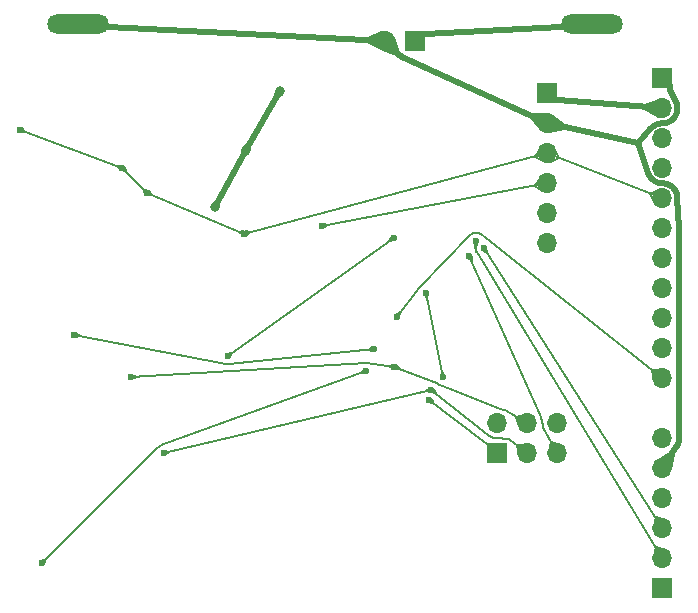
<source format=gbr>
%TF.GenerationSoftware,KiCad,Pcbnew,(6.0.4)*%
%TF.CreationDate,2022-03-20T23:12:24-04:00*%
%TF.ProjectId,main,6d61696e-2e6b-4696-9361-645f70636258,rev?*%
%TF.SameCoordinates,Original*%
%TF.FileFunction,Copper,L2,Bot*%
%TF.FilePolarity,Positive*%
%FSLAX46Y46*%
G04 Gerber Fmt 4.6, Leading zero omitted, Abs format (unit mm)*
G04 Created by KiCad (PCBNEW (6.0.4)) date 2022-03-20 23:12:24*
%MOMM*%
%LPD*%
G01*
G04 APERTURE LIST*
G04 Aperture macros list*
%AMRoundRect*
0 Rectangle with rounded corners*
0 $1 Rounding radius*
0 $2 $3 $4 $5 $6 $7 $8 $9 X,Y pos of 4 corners*
0 Add a 4 corners polygon primitive as box body*
4,1,4,$2,$3,$4,$5,$6,$7,$8,$9,$2,$3,0*
0 Add four circle primitives for the rounded corners*
1,1,$1+$1,$2,$3*
1,1,$1+$1,$4,$5*
1,1,$1+$1,$6,$7*
1,1,$1+$1,$8,$9*
0 Add four rect primitives between the rounded corners*
20,1,$1+$1,$2,$3,$4,$5,0*
20,1,$1+$1,$4,$5,$6,$7,0*
20,1,$1+$1,$6,$7,$8,$9,0*
20,1,$1+$1,$8,$9,$2,$3,0*%
G04 Aperture macros list end*
%TA.AperFunction,ComponentPad*%
%ADD10R,1.700000X1.700000*%
%TD*%
%TA.AperFunction,ComponentPad*%
%ADD11O,1.700000X1.700000*%
%TD*%
%TA.AperFunction,ComponentPad*%
%ADD12RoundRect,0.850000X-1.750000X0.000000X1.750000X0.000000X1.750000X0.000000X-1.750000X0.000000X0*%
%TD*%
%TA.AperFunction,ViaPad*%
%ADD13C,0.600000*%
%TD*%
%TA.AperFunction,ViaPad*%
%ADD14C,0.800000*%
%TD*%
%TA.AperFunction,Conductor*%
%ADD15C,0.200000*%
%TD*%
%TA.AperFunction,Conductor*%
%ADD16C,0.500000*%
%TD*%
G04 APERTURE END LIST*
D10*
%TO.P,J1,1,Pin_1*%
%TO.N,BAT+*%
X137800000Y-48895000D03*
D11*
%TO.P,J1,2,Pin_2*%
%TO.N,GND*%
X135260000Y-48895000D03*
%TD*%
D10*
%TO.P,J2,1,Pin_1*%
%TO.N,DSO*%
X144780000Y-83820000D03*
D11*
%TO.P,J2,2,Pin_2*%
%TO.N,Net-(J2-Pad2)*%
X144780000Y-81280000D03*
%TO.P,J2,3,Pin_3*%
%TO.N,SCK*%
X147320000Y-83820000D03*
%TO.P,J2,4,Pin_4*%
%TO.N,DSI*%
X147320000Y-81280000D03*
%TO.P,J2,5,Pin_5*%
%TO.N,RESET*%
X149860000Y-83820000D03*
%TO.P,J2,6,Pin_6*%
%TO.N,GND*%
X149860000Y-81280000D03*
%TD*%
D10*
%TO.P,J4,1,Pin_1*%
%TO.N,GND*%
X158750000Y-52070000D03*
D11*
%TO.P,J4,2,Pin_2*%
%TO.N,+3V3*%
X158750000Y-54610000D03*
%TO.P,J4,3,Pin_3*%
%TO.N,BAT+*%
X158750000Y-57150000D03*
%TO.P,J4,4,Pin_4*%
%TO.N,INT1*%
X158750000Y-59690000D03*
%TO.P,J4,5,Pin_5*%
%TO.N,SCL*%
X158750000Y-62230000D03*
%TO.P,J4,6,Pin_6*%
%TO.N,SDA*%
X158750000Y-64770000D03*
%TO.P,J4,7,Pin_7*%
%TO.N,PC3*%
X158750000Y-67310000D03*
%TO.P,J4,8,Pin_8*%
%TO.N,PC2*%
X158750000Y-69850000D03*
%TO.P,J4,9,Pin_9*%
%TO.N,PC1*%
X158750000Y-72390000D03*
%TO.P,J4,10,Pin_10*%
%TO.N,PC0*%
X158750000Y-74930000D03*
%TO.P,J4,11,Pin_11*%
%TO.N,PB0*%
X158750000Y-77470000D03*
%TD*%
D10*
%TO.P,J3,1,Pin_1*%
%TO.N,DTR*%
X158750000Y-95250000D03*
D11*
%TO.P,J3,2,Pin_2*%
%TO.N,MTX*%
X158750000Y-92710000D03*
%TO.P,J3,3,Pin_3*%
%TO.N,MRX*%
X158750000Y-90170000D03*
%TO.P,J3,4,Pin_4*%
%TO.N,Net-(J3-Pad4)*%
X158750000Y-87630000D03*
%TO.P,J3,5,Pin_5*%
%TO.N,GND*%
X158750000Y-85090000D03*
%TO.P,J3,6,Pin_6*%
%TO.N,Net-(J3-Pad6)*%
X158750000Y-82550000D03*
%TD*%
D10*
%TO.P,J5,1,Pin_1*%
%TO.N,+3V3*%
X149000000Y-53340000D03*
D11*
%TO.P,J5,2,Pin_2*%
%TO.N,GND*%
X149000000Y-55880000D03*
%TO.P,J5,3,Pin_3*%
%TO.N,SCL*%
X149000000Y-58420000D03*
%TO.P,J5,4,Pin_4*%
%TO.N,SDA*%
X149000000Y-60960000D03*
%TO.P,J5,5,Pin_5*%
%TO.N,unconnected-(J5-Pad5)*%
X149000000Y-63500000D03*
%TO.P,J5,6,Pin_6*%
%TO.N,unconnected-(J5-Pad6)*%
X149000000Y-66040000D03*
%TD*%
D12*
%TO.P,TP2,1,1*%
%TO.N,GND*%
X109250000Y-47500000D03*
%TD*%
%TO.P,TP1,1,1*%
%TO.N,BAT+*%
X152750000Y-47500000D03*
%TD*%
D13*
%TO.N,OPTION*%
X138712800Y-70213900D03*
X140175400Y-77393000D03*
%TO.N,PB0*%
X136279600Y-72249500D03*
%TO.N,MTX*%
X142940800Y-65835100D03*
%TO.N,MRX*%
X143619900Y-66425700D03*
%TO.N,CLKINT*%
X121940500Y-75576300D03*
X136009400Y-65553400D03*
%TO.N,SS2*%
X134312200Y-74989400D03*
X108966700Y-73804000D03*
%TO.N,DSI*%
X136045000Y-76498800D03*
X113746000Y-77370000D03*
%TO.N,DSO*%
X139023900Y-79316600D03*
%TO.N,SS*%
X133665800Y-76847000D03*
X106209700Y-93099200D03*
%TO.N,SCK*%
X116546100Y-83785600D03*
X139195100Y-78432900D03*
%TO.N,SDA*%
X129926200Y-64561900D03*
%TO.N,SCL*%
X113026200Y-59648500D03*
X104371200Y-56437100D03*
X115110100Y-61783000D03*
X123362000Y-65230100D03*
%TO.N,RESET*%
X142410400Y-67130700D03*
D14*
%TO.N,+3V3*%
X123483600Y-58149800D03*
X120850100Y-62976400D03*
X126328400Y-53175100D03*
%TD*%
D15*
%TO.N,OPTION*%
X138712800Y-70213900D02*
X140175400Y-77393000D01*
%TO.N,PB0*%
X138156200Y-69789300D02*
X136279600Y-72249500D01*
X138166260Y-69776520D02*
X138156250Y-69789340D01*
X138176570Y-69763950D02*
X138166260Y-69776520D01*
X138187160Y-69751610D02*
X138176570Y-69763950D01*
X138198040Y-69739530D02*
X138187160Y-69751610D01*
X138209200Y-69727700D02*
X138198040Y-69739530D01*
X142437200Y-65348900D02*
X138209200Y-69727700D01*
X142465540Y-65321160D02*
X142437200Y-65348900D01*
X142495400Y-65295070D02*
X142465540Y-65321160D01*
X142526700Y-65270710D02*
X142495400Y-65295070D01*
X142559330Y-65248170D02*
X142526700Y-65270710D01*
X142593180Y-65227510D02*
X142559330Y-65248170D01*
X142628140Y-65208790D02*
X142593180Y-65227510D01*
X142664110Y-65192090D02*
X142628140Y-65208790D01*
X142700970Y-65177460D02*
X142664110Y-65192090D01*
X142738600Y-65164930D02*
X142700970Y-65177460D01*
X142776870Y-65154560D02*
X142738600Y-65164930D01*
X142815680Y-65146360D02*
X142776870Y-65154560D01*
X142854880Y-65140380D02*
X142815680Y-65146360D01*
X142894360Y-65136630D02*
X142854880Y-65140380D01*
X142933990Y-65135120D02*
X142894360Y-65136630D01*
X142973640Y-65135860D02*
X142933990Y-65135120D01*
X143013180Y-65138840D02*
X142973640Y-65135860D01*
X143052500Y-65144060D02*
X143013180Y-65138840D01*
X143091450Y-65151490D02*
X143052500Y-65144060D01*
X143129920Y-65161120D02*
X143091450Y-65151490D01*
X143167780Y-65172910D02*
X143129920Y-65161120D01*
X143204920Y-65186830D02*
X143167780Y-65172910D01*
X143241210Y-65202830D02*
X143204920Y-65186830D01*
X143276530Y-65220850D02*
X143241210Y-65202830D01*
X143310780Y-65240850D02*
X143276530Y-65220850D01*
X143343840Y-65262760D02*
X143310780Y-65240850D01*
X143375600Y-65286500D02*
X143343840Y-65262760D01*
X158750000Y-77470000D02*
X143375600Y-65286500D01*
%TO.N,MTX*%
X142920400Y-66400400D02*
X142940800Y-65835100D01*
X143004600Y-66759390D02*
X143021490Y-66788810D01*
X142989160Y-66729190D02*
X143004600Y-66759390D01*
X142975200Y-66698280D02*
X142989160Y-66729190D01*
X142962750Y-66666730D02*
X142975200Y-66698280D01*
X142951850Y-66634610D02*
X142962750Y-66666730D01*
X142942510Y-66602000D02*
X142951850Y-66634610D01*
X142934760Y-66568980D02*
X142942510Y-66602000D01*
X142928630Y-66535620D02*
X142934760Y-66568980D01*
X142924110Y-66502010D02*
X142928630Y-66535620D01*
X142921230Y-66468210D02*
X142924110Y-66502010D01*
X142920000Y-66434320D02*
X142921230Y-66468210D01*
X142920400Y-66400400D02*
X142920000Y-66434320D01*
X158750000Y-92710000D02*
X143021500Y-66788800D01*
%TO.N,MRX*%
X158750000Y-90170000D02*
X143619900Y-66425700D01*
D16*
%TO.N,BAT+*%
X138400000Y-48295000D02*
X137800000Y-48895000D01*
X138650000Y-48295000D02*
X138400000Y-48295000D01*
X138659530Y-48294820D02*
X138662700Y-48294680D01*
X138656350Y-48294920D02*
X138659530Y-48294820D01*
X138653180Y-48294980D02*
X138656350Y-48294920D01*
X138650000Y-48295000D02*
X138653180Y-48294980D01*
X150159400Y-47707800D02*
X138662700Y-48294700D01*
X150172680Y-47706150D02*
X150175300Y-47705590D01*
X150170040Y-47706630D02*
X150172680Y-47706150D01*
X150167400Y-47707040D02*
X150170040Y-47706630D01*
X150164740Y-47707370D02*
X150167400Y-47707040D01*
X150162070Y-47707620D02*
X150164740Y-47707370D01*
X150159400Y-47707800D02*
X150162070Y-47707620D01*
X150176900Y-47705200D02*
X150175300Y-47705600D01*
X152750000Y-47500000D02*
X150176900Y-47705200D01*
D15*
%TO.N,CLKINT*%
X136009400Y-65553400D02*
X121940500Y-75576300D01*
%TO.N,SS2*%
X122013100Y-76272500D02*
X134312200Y-74989400D01*
X121987550Y-76274720D02*
X122013100Y-76272530D01*
X121961920Y-76275970D02*
X121987550Y-76274720D01*
X121936270Y-76276290D02*
X121961920Y-76275970D01*
X121910630Y-76275660D02*
X121936270Y-76276290D01*
X121885030Y-76274100D02*
X121910630Y-76275660D01*
X121859500Y-76271600D02*
X121885030Y-76274100D01*
X121834080Y-76268160D02*
X121859500Y-76271600D01*
X121808800Y-76263800D02*
X121834080Y-76268160D01*
X108966700Y-73804000D02*
X121808800Y-76263800D01*
%TO.N,DSI*%
X139441800Y-77777800D02*
X136045000Y-76498800D01*
X139462800Y-77786110D02*
X139441800Y-77777810D01*
X139483520Y-77795080D02*
X139462800Y-77786110D01*
X139503940Y-77804720D02*
X139483520Y-77795080D01*
X139524040Y-77815000D02*
X139503940Y-77804720D01*
X139543800Y-77825940D02*
X139524040Y-77815000D01*
X139563200Y-77837500D02*
X139543800Y-77825940D01*
X139807300Y-77988400D02*
X139563200Y-77837500D01*
X139901600Y-78037230D02*
X139921280Y-78045240D01*
X139882160Y-78028620D02*
X139901600Y-78037230D01*
X139863000Y-78019420D02*
X139882160Y-78028620D01*
X139844120Y-78009650D02*
X139863000Y-78019420D01*
X139825550Y-77999300D02*
X139844120Y-78009650D01*
X139807300Y-77988400D02*
X139825550Y-77999300D01*
X145233800Y-80115300D02*
X139921300Y-78045200D01*
X145261460Y-80126380D02*
X145233830Y-80115230D01*
X145288820Y-80138180D02*
X145261460Y-80126380D01*
X145315880Y-80150630D02*
X145288820Y-80138180D01*
X145342650Y-80163720D02*
X145315880Y-80150630D01*
X145369090Y-80177450D02*
X145342650Y-80163720D01*
X145395200Y-80191800D02*
X145369090Y-80177450D01*
X147320000Y-81280000D02*
X145395200Y-80191800D01*
X133770500Y-76154900D02*
X136045000Y-76498800D01*
X133644020Y-76147360D02*
X133622900Y-76148340D01*
X133665170Y-76147030D02*
X133644020Y-76147360D01*
X133686310Y-76147330D02*
X133665170Y-76147030D01*
X133707430Y-76148260D02*
X133686310Y-76147330D01*
X133728520Y-76149840D02*
X133707430Y-76148260D01*
X133749550Y-76152050D02*
X133728520Y-76149840D01*
X133770500Y-76154900D02*
X133749550Y-76152050D01*
X113746000Y-77370000D02*
X133622900Y-76148300D01*
%TO.N,DSO*%
X143869000Y-83049200D02*
X139023900Y-79316600D01*
X143924960Y-83069840D02*
X143930000Y-83069970D01*
X143919920Y-83069460D02*
X143924960Y-83069840D01*
X143914920Y-83068820D02*
X143919920Y-83069460D01*
X143909950Y-83067940D02*
X143914920Y-83068820D01*
X143905030Y-83066800D02*
X143909950Y-83067940D01*
X143900180Y-83065420D02*
X143905030Y-83066800D01*
X143895400Y-83063790D02*
X143900180Y-83065420D01*
X143890710Y-83061930D02*
X143895400Y-83063790D01*
X143886120Y-83059830D02*
X143890710Y-83061930D01*
X143881650Y-83057500D02*
X143886120Y-83059830D01*
X143877290Y-83054950D02*
X143881650Y-83057500D01*
X143873070Y-83052180D02*
X143877290Y-83054950D01*
X143869000Y-83049200D02*
X143873070Y-83052180D01*
X144030000Y-83070000D02*
X143930000Y-83070000D01*
X144780000Y-83820000D02*
X144030000Y-83070000D01*
%TO.N,SS*%
X116307900Y-83127400D02*
X133665800Y-76847000D01*
X116074100Y-83268710D02*
X116051990Y-83289790D01*
X116097100Y-83248600D02*
X116074100Y-83268710D01*
X116120960Y-83229530D02*
X116097100Y-83248600D01*
X116145620Y-83211510D02*
X116120960Y-83229530D01*
X116171050Y-83194580D02*
X116145620Y-83211510D01*
X116197200Y-83178780D02*
X116171050Y-83194580D01*
X116224000Y-83164130D02*
X116197200Y-83178780D01*
X116251430Y-83150670D02*
X116224000Y-83164130D01*
X116279410Y-83138420D02*
X116251430Y-83150670D01*
X116307900Y-83127400D02*
X116279410Y-83138420D01*
X106209700Y-93099200D02*
X116052000Y-83289800D01*
%TO.N,SCK*%
X116546100Y-83785600D02*
X139195100Y-78432900D01*
X144001600Y-82258100D02*
X139195100Y-78432900D01*
X144663540Y-82524600D02*
X144723700Y-82528770D01*
X144603660Y-82517530D02*
X144663540Y-82524600D01*
X144544190Y-82507590D02*
X144603660Y-82517530D01*
X144485270Y-82494790D02*
X144544190Y-82507590D01*
X144427030Y-82479170D02*
X144485270Y-82494790D01*
X144369610Y-82460750D02*
X144427030Y-82479170D01*
X144313150Y-82439590D02*
X144369610Y-82460750D01*
X144257780Y-82415720D02*
X144313150Y-82439590D01*
X144203620Y-82389220D02*
X144257780Y-82415720D01*
X144150800Y-82360130D02*
X144203620Y-82389220D01*
X144099440Y-82328540D02*
X144150800Y-82360130D01*
X144049670Y-82294500D02*
X144099440Y-82328540D01*
X144001600Y-82258100D02*
X144049670Y-82294500D01*
X145648000Y-82570400D02*
X144723700Y-82528700D01*
X145667460Y-82571750D02*
X145648000Y-82570390D01*
X145686830Y-82574050D02*
X145667460Y-82571750D01*
X145706060Y-82577290D02*
X145686830Y-82574050D01*
X145725110Y-82581460D02*
X145706060Y-82577290D01*
X145743940Y-82586560D02*
X145725110Y-82581460D01*
X145762490Y-82592570D02*
X145743940Y-82586560D01*
X145780740Y-82599480D02*
X145762490Y-82592570D01*
X145798620Y-82607260D02*
X145780740Y-82599480D01*
X145816100Y-82615910D02*
X145798620Y-82607260D01*
X145833140Y-82625410D02*
X145816100Y-82615910D01*
X145849690Y-82635720D02*
X145833140Y-82625410D01*
X145865730Y-82646830D02*
X145849690Y-82635720D01*
X145881200Y-82658700D02*
X145865730Y-82646830D01*
X147320000Y-83820000D02*
X145881200Y-82658700D01*
%TO.N,SDA*%
X149000000Y-60960000D02*
X129926200Y-64561900D01*
%TO.N,SCL*%
X113026200Y-59648500D02*
X115110100Y-61783000D01*
X104371200Y-56437100D02*
X113026200Y-59648500D01*
X115110100Y-61783000D02*
X123362000Y-65230100D01*
X149000000Y-58420000D02*
X158750000Y-62230000D01*
X149000000Y-58420000D02*
X123362000Y-65230100D01*
%TO.N,RESET*%
X148462600Y-80773100D02*
X142410400Y-67130700D01*
X148479290Y-80812530D02*
X148462600Y-80773100D01*
X148494620Y-80852520D02*
X148479290Y-80812530D01*
X148508580Y-80893000D02*
X148494620Y-80852520D01*
X148521130Y-80933940D02*
X148508580Y-80893000D01*
X148532280Y-80975290D02*
X148521130Y-80933940D01*
X148542010Y-81016990D02*
X148532280Y-80975290D01*
X148550300Y-81059000D02*
X148542010Y-81016990D01*
X148629700Y-81501000D02*
X148550300Y-81059000D01*
X148749610Y-81854020D02*
X148771860Y-81895170D01*
X148728910Y-81812080D02*
X148749610Y-81854020D01*
X148709790Y-81769390D02*
X148728910Y-81812080D01*
X148692290Y-81726010D02*
X148709790Y-81769390D01*
X148676420Y-81682010D02*
X148692290Y-81726010D01*
X148662200Y-81637440D02*
X148676420Y-81682010D01*
X148649670Y-81592380D02*
X148662200Y-81637440D01*
X148638830Y-81546880D02*
X148649670Y-81592380D01*
X148629700Y-81501000D02*
X148638830Y-81546880D01*
X149860000Y-83820000D02*
X148771800Y-81895200D01*
D16*
%TO.N,+3V3*%
X123483600Y-58149800D02*
X120850100Y-62976400D01*
X149868800Y-53940700D02*
X158750000Y-54610000D01*
X149853760Y-53940020D02*
X149850000Y-53939990D01*
X149857530Y-53940110D02*
X149853760Y-53940020D01*
X149861290Y-53940250D02*
X149857530Y-53940110D01*
X149865050Y-53940450D02*
X149861290Y-53940250D01*
X149868800Y-53940700D02*
X149865050Y-53940450D01*
X149600000Y-53940000D02*
X149850000Y-53940000D01*
X149000000Y-53340000D02*
X149600000Y-53940000D01*
X126328400Y-53175100D02*
X123483600Y-58149800D01*
%TO.N,GND*%
X136570700Y-50143300D02*
X135260000Y-48895000D01*
X136700140Y-50234980D02*
X136720600Y-50244890D01*
X136680100Y-50224240D02*
X136700140Y-50234980D01*
X136660520Y-50212670D02*
X136680100Y-50224240D01*
X136641440Y-50200310D02*
X136660520Y-50212670D01*
X136622890Y-50187160D02*
X136641440Y-50200310D01*
X136604890Y-50173270D02*
X136622890Y-50187160D01*
X136587490Y-50158640D02*
X136604890Y-50173270D01*
X136570700Y-50143300D02*
X136587490Y-50158640D01*
X149000000Y-55880000D02*
X136720600Y-50244900D01*
X157806200Y-56300200D02*
X156709100Y-57518600D01*
X157851970Y-56251980D02*
X157806210Y-56300200D01*
X157900200Y-56206210D02*
X157851970Y-56251980D01*
X157950760Y-56163030D02*
X157900200Y-56206210D01*
X158003510Y-56122550D02*
X157950760Y-56163030D01*
X158058310Y-56084890D02*
X158003510Y-56122550D01*
X158115000Y-56050150D02*
X158058310Y-56084890D01*
X158173430Y-56018420D02*
X158115000Y-56050150D01*
X158233440Y-55989800D02*
X158173430Y-56018420D01*
X158294870Y-55964350D02*
X158233440Y-55989800D01*
X158357550Y-55942160D02*
X158294870Y-55964350D01*
X158421300Y-55923270D02*
X158357550Y-55942160D01*
X158485950Y-55907750D02*
X158421300Y-55923270D01*
X158551330Y-55895640D02*
X158485950Y-55907750D01*
X158617250Y-55886960D02*
X158551330Y-55895640D01*
X158683530Y-55881740D02*
X158617250Y-55886960D01*
X158750000Y-55880000D02*
X158683530Y-55881740D01*
X159916160Y-54107040D02*
X159883940Y-54038080D01*
X159944190Y-54177800D02*
X159916160Y-54107040D01*
X159967940Y-54250110D02*
X159944190Y-54177800D01*
X159987310Y-54323710D02*
X159967940Y-54250110D01*
X160002240Y-54398350D02*
X159987310Y-54323710D01*
X160012670Y-54473740D02*
X160002240Y-54398350D01*
X160018560Y-54549620D02*
X160012670Y-54473740D01*
X160019900Y-54625720D02*
X160018560Y-54549620D01*
X160016680Y-54701760D02*
X160019900Y-54625720D01*
X160008910Y-54777480D02*
X160016680Y-54701760D01*
X159996620Y-54852590D02*
X160008910Y-54777480D01*
X159979840Y-54926830D02*
X159996620Y-54852590D01*
X159958660Y-54999930D02*
X159979840Y-54926830D01*
X159933130Y-55071640D02*
X159958660Y-54999930D01*
X159903350Y-55141680D02*
X159933130Y-55071640D01*
X159869430Y-55209810D02*
X159903350Y-55141680D01*
X159831490Y-55275790D02*
X159869430Y-55209810D01*
X159789660Y-55339380D02*
X159831490Y-55275790D01*
X159744100Y-55400350D02*
X159789660Y-55339380D01*
X159694970Y-55458480D02*
X159744100Y-55400350D01*
X159642450Y-55513570D02*
X159694970Y-55458480D01*
X159586720Y-55565400D02*
X159642450Y-55513570D01*
X159527990Y-55613810D02*
X159586720Y-55565400D01*
X159466460Y-55658610D02*
X159527990Y-55613810D01*
X159402360Y-55699650D02*
X159466460Y-55658610D01*
X159335910Y-55736770D02*
X159402360Y-55699650D01*
X159267360Y-55769840D02*
X159335910Y-55736770D01*
X159196950Y-55798750D02*
X159267360Y-55769840D01*
X159124940Y-55823390D02*
X159196950Y-55798750D01*
X159051580Y-55843670D02*
X159124940Y-55823390D01*
X158977140Y-55859520D02*
X159051580Y-55843670D01*
X158901880Y-55870890D02*
X158977140Y-55859520D01*
X158826080Y-55877720D02*
X158901880Y-55870890D01*
X158750000Y-55880000D02*
X158826080Y-55877720D01*
X159376800Y-53032600D02*
X159883900Y-54038100D01*
X159372210Y-53023020D02*
X159376790Y-53032600D01*
X159368050Y-53013260D02*
X159372210Y-53023020D01*
X159364290Y-53003320D02*
X159368050Y-53013260D01*
X159360970Y-52993240D02*
X159364290Y-53003320D01*
X159358070Y-52983030D02*
X159360970Y-52993240D01*
X159355620Y-52972700D02*
X159358070Y-52983030D01*
X159353600Y-52962270D02*
X159355620Y-52972700D01*
X159352030Y-52951770D02*
X159353600Y-52962270D01*
X159350900Y-52941210D02*
X159352030Y-52951770D01*
X159350230Y-52930620D02*
X159350900Y-52941210D01*
X159350000Y-52920000D02*
X159350230Y-52930620D01*
X159350000Y-52670000D02*
X159350000Y-52920000D01*
X158750000Y-52070000D02*
X159350000Y-52670000D01*
X111840600Y-47707800D02*
X135260000Y-48895000D01*
X111838080Y-47707650D02*
X111840600Y-47707810D01*
X111835570Y-47707420D02*
X111838080Y-47707650D01*
X111833060Y-47707110D02*
X111835570Y-47707420D01*
X111830560Y-47706740D02*
X111833060Y-47707110D01*
X111828070Y-47706310D02*
X111830560Y-47706740D01*
X111825600Y-47705800D02*
X111828070Y-47706310D01*
X111823000Y-47705200D02*
X111825600Y-47705800D01*
X109250000Y-47500000D02*
X111823000Y-47705200D01*
X157542200Y-60082500D02*
X156709100Y-57518600D01*
X158677500Y-60957900D02*
X158750000Y-60959980D01*
X158605240Y-60951700D02*
X158677500Y-60957900D01*
X158533450Y-60941380D02*
X158605240Y-60951700D01*
X158462370Y-60926970D02*
X158533450Y-60941380D01*
X158392220Y-60908540D02*
X158462370Y-60926970D01*
X158323240Y-60886120D02*
X158392220Y-60908540D01*
X158255650Y-60859810D02*
X158323240Y-60886120D01*
X158189680Y-60829680D02*
X158255650Y-60859810D01*
X158125530Y-60795840D02*
X158189680Y-60829680D01*
X158063420Y-60758390D02*
X158125530Y-60795840D01*
X158003550Y-60717450D02*
X158063420Y-60758390D01*
X157946110Y-60673160D02*
X158003550Y-60717450D01*
X157891300Y-60625670D02*
X157946110Y-60673160D01*
X157839290Y-60575120D02*
X157891300Y-60625670D01*
X157790240Y-60521690D02*
X157839290Y-60575120D01*
X157744330Y-60465540D02*
X157790240Y-60521690D01*
X157701700Y-60406870D02*
X157744330Y-60465540D01*
X157662480Y-60345850D02*
X157701700Y-60406870D01*
X157626820Y-60282700D02*
X157662480Y-60345850D01*
X157594810Y-60217620D02*
X157626820Y-60282700D01*
X157566580Y-60150810D02*
X157594810Y-60217620D01*
X157542200Y-60082500D02*
X157566580Y-60150810D01*
X158824180Y-60962200D02*
X158750000Y-60960040D01*
X158898110Y-60968700D02*
X158824180Y-60962200D01*
X158971530Y-60979510D02*
X158898110Y-60968700D01*
X159044200Y-60994580D02*
X158971530Y-60979510D01*
X159115860Y-61013880D02*
X159044200Y-60994580D01*
X159186270Y-61037320D02*
X159115860Y-61013880D01*
X159255200Y-61064840D02*
X159186270Y-61037320D01*
X159322390Y-61096340D02*
X159255200Y-61064840D01*
X159387630Y-61131710D02*
X159322390Y-61096340D01*
X159450700Y-61170840D02*
X159387630Y-61131710D01*
X159511370Y-61213570D02*
X159450700Y-61170840D01*
X159569440Y-61259780D02*
X159511370Y-61213570D01*
X159624720Y-61309310D02*
X159569440Y-61259780D01*
X159677000Y-61361970D02*
X159624720Y-61309310D01*
X159726130Y-61417600D02*
X159677000Y-61361970D01*
X159771910Y-61476010D02*
X159726130Y-61417600D01*
X159814210Y-61536990D02*
X159771910Y-61476010D01*
X159852870Y-61600330D02*
X159814210Y-61536990D01*
X159887770Y-61665830D02*
X159852870Y-61600330D01*
X159918780Y-61733250D02*
X159887770Y-61665830D01*
X159945800Y-61802370D02*
X159918780Y-61733250D01*
X159968740Y-61872950D02*
X159945800Y-61802370D01*
X159987520Y-61944750D02*
X159968740Y-61872950D01*
X160002060Y-62017530D02*
X159987520Y-61944750D01*
X160012340Y-62091030D02*
X160002060Y-62017530D01*
X160018300Y-62165000D02*
X160012340Y-62091030D01*
X160148200Y-64698300D02*
X160018300Y-62165000D01*
X160148970Y-64716220D02*
X160148160Y-64698300D01*
X160149540Y-64734140D02*
X160148970Y-64716220D01*
X160149890Y-64752070D02*
X160149540Y-64734140D01*
X160150000Y-64770000D02*
X160149890Y-64752070D01*
X160150000Y-82550000D02*
X160150000Y-64770000D01*
X160148340Y-82618090D02*
X160149990Y-82550000D01*
X160143370Y-82686010D02*
X160148340Y-82618090D01*
X160135110Y-82753610D02*
X160143370Y-82686010D01*
X160123570Y-82820730D02*
X160135110Y-82753610D01*
X160108770Y-82887210D02*
X160123570Y-82820730D01*
X160090770Y-82952890D02*
X160108770Y-82887210D01*
X160069590Y-83017620D02*
X160090770Y-82952890D01*
X160045280Y-83081240D02*
X160069590Y-83017620D01*
X160017910Y-83143610D02*
X160045280Y-83081240D01*
X159987550Y-83204570D02*
X160017910Y-83143610D01*
X159954250Y-83263980D02*
X159987550Y-83204570D01*
X159918100Y-83321700D02*
X159954250Y-83263980D01*
X158750000Y-85090000D02*
X159918100Y-83321700D01*
X156709100Y-57518600D02*
X149000000Y-55880000D01*
D15*
%TO.N,OPTION*%
X140079600Y-76922700D02*
X140336900Y-77275100D01*
X140079600Y-76922700D02*
X139980700Y-77347700D01*
X138808600Y-70684200D02*
X138551300Y-70331800D01*
X138808600Y-70684200D02*
X138907500Y-70259200D01*
%TO.N,PB0*%
X136570700Y-71867900D02*
X136474600Y-72293500D01*
X136570700Y-71867900D02*
X136185600Y-72072900D01*
X157895700Y-76793000D02*
X158683500Y-76723000D01*
X157895700Y-76793000D02*
X158007500Y-77576000D01*
%TO.N,MTX*%
X142923500Y-66314800D02*
X142756100Y-65911800D01*
X142923500Y-66314800D02*
X143119500Y-65925000D01*
X158184600Y-91778100D02*
X158947600Y-91986500D01*
X158184600Y-91778100D02*
X158017000Y-92551100D01*
%TO.N,MRX*%
X143877800Y-66830500D02*
X143511400Y-66593700D01*
X143877800Y-66830500D02*
X143818000Y-66398300D01*
X158164300Y-89250800D02*
X158931700Y-89442400D01*
X158164300Y-89250800D02*
X158013700Y-90027200D01*
%TO.N,CLKINT*%
X122331400Y-75297800D02*
X122113900Y-75676000D01*
X122331400Y-75297800D02*
X121902900Y-75379800D01*
X135618500Y-65831900D02*
X135836000Y-65453700D01*
X135618500Y-65831900D02*
X136047000Y-65749900D01*
%TO.N,SS2*%
X133834800Y-75039200D02*
X134210400Y-74817200D01*
X133834800Y-75039200D02*
X134248200Y-75178800D01*
X109438100Y-73894300D02*
X109014300Y-73998300D01*
X109438100Y-73894300D02*
X109082700Y-73641100D01*
%TO.N,DSI*%
X136494200Y-76667900D02*
X136058900Y-76698300D01*
X136494200Y-76667900D02*
X136187100Y-76358100D01*
X146371100Y-80743600D02*
X147138500Y-80552200D01*
X146371100Y-80743600D02*
X146602900Y-81499800D01*
X135570400Y-76427000D02*
X135989800Y-76306500D01*
X135570400Y-76427000D02*
X135935400Y-76666100D01*
X114225100Y-77340600D02*
X113840300Y-77546400D01*
X114225100Y-77340600D02*
X113818100Y-77183400D01*
%TO.N,DSO*%
X139404100Y-79609500D02*
X138979000Y-79511500D01*
X139404100Y-79609500D02*
X139200800Y-79223500D01*
%TO.N,SS*%
X133214400Y-77010300D02*
X133525500Y-76704400D01*
X133214400Y-77010300D02*
X133649300Y-77046400D01*
X106549700Y-92760400D02*
X106397000Y-93169200D01*
X106549700Y-92760400D02*
X106140400Y-92911600D01*
%TO.N,SCK*%
X138728000Y-78543300D02*
X139072200Y-78275200D01*
X138728000Y-78543300D02*
X139155800Y-78629000D01*
X117013200Y-83675200D02*
X116669000Y-83943300D01*
X117013200Y-83675200D02*
X116585400Y-83589500D01*
X139570700Y-78731800D02*
X139147100Y-78627100D01*
X139570700Y-78731800D02*
X139373500Y-78342500D01*
X146471800Y-83135400D02*
X147260200Y-83072400D01*
X146471800Y-83135400D02*
X146576600Y-83919400D01*
%TO.N,SDA*%
X130397900Y-64472800D02*
X130041800Y-64725100D01*
X130397900Y-64472800D02*
X129974400Y-64367700D01*
X147928900Y-61162300D02*
X148391900Y-60521000D01*
X147928900Y-61162300D02*
X148593900Y-61590600D01*
%TO.N,SCL*%
X114774800Y-61439500D02*
X115182000Y-61596400D01*
X114774800Y-61439500D02*
X114921800Y-61850400D01*
X113361500Y-59992000D02*
X112954300Y-59835100D01*
X113361500Y-59992000D02*
X113214500Y-59581100D01*
X112576200Y-59481500D02*
X113011400Y-59449100D01*
X112576200Y-59481500D02*
X112884800Y-59789900D01*
X104821200Y-56604100D02*
X104386000Y-56636500D01*
X104821200Y-56604100D02*
X104512600Y-56295700D01*
X122919100Y-65045100D02*
X123355200Y-65030200D01*
X122919100Y-65045100D02*
X123215000Y-65365800D01*
X115553000Y-61968000D02*
X115116900Y-61982900D01*
X115553000Y-61968000D02*
X115257100Y-61647300D01*
X157734800Y-61833300D02*
X158467500Y-61535300D01*
X157734800Y-61833300D02*
X158071300Y-62549100D01*
X150015200Y-58816700D02*
X149282500Y-59114700D01*
X150015200Y-58816700D02*
X149678700Y-58100900D01*
X123825900Y-65106900D02*
X123489200Y-65384400D01*
X123825900Y-65106900D02*
X123395800Y-65033000D01*
X147946500Y-58699800D02*
X148361500Y-58026500D01*
X147946500Y-58699800D02*
X148640900Y-59078500D01*
%TO.N,RESET*%
X142605000Y-67569500D02*
X142278000Y-67280600D01*
X142605000Y-67569500D02*
X142610400Y-67133200D01*
X149323600Y-82871100D02*
X150079800Y-83102900D01*
X149323600Y-82871100D02*
X149132200Y-83638500D01*
D16*
%TO.N,+3V3*%
X121022500Y-62660400D02*
X120999700Y-62986800D01*
X121022500Y-62660400D02*
X120760300Y-62856200D01*
X123311200Y-58465800D02*
X123334000Y-58139400D01*
X123311200Y-58465800D02*
X123573400Y-58270000D01*
X157314100Y-54501800D02*
X158541700Y-54047300D01*
X157314100Y-54501800D02*
X158459700Y-55135100D01*
X123662300Y-57837300D02*
X123633000Y-58163200D01*
X123662300Y-57837300D02*
X123396200Y-58027800D01*
X126149700Y-53487600D02*
X126179000Y-53161700D01*
X126149700Y-53487600D02*
X126415800Y-53297100D01*
%TO.N,GND*%
X136302800Y-49888100D02*
X135064800Y-49462400D01*
X136302800Y-49888100D02*
X135817200Y-48672400D01*
X147691200Y-55279400D02*
X149000300Y-55280000D01*
X147691200Y-55279400D02*
X148545300Y-56271400D01*
X133821800Y-48822100D02*
X135037900Y-48337500D01*
X133821800Y-48822100D02*
X134982700Y-49427100D01*
X159543700Y-83888500D02*
X159342900Y-85182000D01*
X159543700Y-83888500D02*
X158432700Y-84580800D01*
X150408500Y-56179400D02*
X149131100Y-56465500D01*
X150408500Y-56179400D02*
X149357900Y-55398500D01*
%TD*%
M02*

</source>
